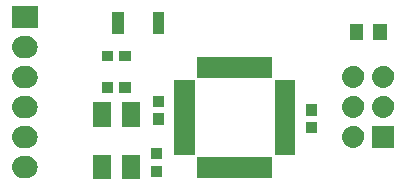
<source format=gts>
%TF.GenerationSoftware,KiCad,Pcbnew,4.0.5-e0-6337~49~ubuntu16.04.1*%
%TF.CreationDate,2017-01-09T19:52:44-08:00*%
%TF.ProjectId,avr-programmer,6176722D70726F6772616D6D65722E6B,v1.0*%
%TF.FileFunction,Soldermask,Top*%
%FSLAX46Y46*%
G04 Gerber Fmt 4.6, Leading zero omitted, Abs format (unit mm)*
G04 Created by KiCad (PCBNEW 4.0.5-e0-6337~49~ubuntu16.04.1) date Mon Jan  9 19:52:44 2017*
%MOMM*%
%LPD*%
G01*
G04 APERTURE LIST*
%ADD10C,0.350000*%
G04 APERTURE END LIST*
D10*
G36*
X112788700Y-91224100D02*
X111239300Y-91224100D01*
X111239300Y-89166700D01*
X112788700Y-89166700D01*
X112788700Y-91224100D01*
X112788700Y-91224100D01*
G37*
G36*
X110299500Y-91224100D02*
X108750100Y-91224100D01*
X108750100Y-89166700D01*
X110299500Y-89166700D01*
X110299500Y-91224100D01*
X110299500Y-91224100D01*
G37*
G36*
X103165749Y-89230277D02*
X103165754Y-89230278D01*
X103167807Y-89230292D01*
X103350080Y-89250737D01*
X103524912Y-89306197D01*
X103685641Y-89394558D01*
X103826146Y-89512456D01*
X103941076Y-89655400D01*
X104026052Y-89817945D01*
X104077839Y-89993899D01*
X104077843Y-89993940D01*
X104077844Y-89993944D01*
X104094463Y-90176558D01*
X104076648Y-90346056D01*
X104075290Y-90358973D01*
X104021052Y-90534187D01*
X103933815Y-90695529D01*
X103816900Y-90836855D01*
X103674762Y-90952779D01*
X103512815Y-91038888D01*
X103337226Y-91091902D01*
X103154685Y-91109800D01*
X102839283Y-91109800D01*
X102828251Y-91109723D01*
X102828246Y-91109722D01*
X102826193Y-91109708D01*
X102643920Y-91089263D01*
X102469088Y-91033803D01*
X102308359Y-90945442D01*
X102167854Y-90827544D01*
X102052924Y-90684600D01*
X101967948Y-90522055D01*
X101916161Y-90346101D01*
X101916157Y-90346060D01*
X101916156Y-90346056D01*
X101899537Y-90163442D01*
X101918705Y-89981074D01*
X101918710Y-89981027D01*
X101972948Y-89805813D01*
X102060185Y-89644471D01*
X102177100Y-89503145D01*
X102319238Y-89387221D01*
X102481185Y-89301112D01*
X102656774Y-89248098D01*
X102839315Y-89230200D01*
X103154717Y-89230200D01*
X103165749Y-89230277D01*
X103165749Y-89230277D01*
G37*
G36*
X123928200Y-91105200D02*
X117625800Y-91105200D01*
X117625800Y-89352800D01*
X123928200Y-89352800D01*
X123928200Y-91105200D01*
X123928200Y-91105200D01*
G37*
G36*
X114624200Y-91027200D02*
X113721800Y-91027200D01*
X113721800Y-90074800D01*
X114624200Y-90074800D01*
X114624200Y-91027200D01*
X114624200Y-91027200D01*
G37*
G36*
X114624200Y-89527200D02*
X113721800Y-89527200D01*
X113721800Y-88574800D01*
X114624200Y-88574800D01*
X114624200Y-89527200D01*
X114624200Y-89527200D01*
G37*
G36*
X117403200Y-89130200D02*
X115650800Y-89130200D01*
X115650800Y-82827800D01*
X117403200Y-82827800D01*
X117403200Y-89130200D01*
X117403200Y-89130200D01*
G37*
G36*
X125903200Y-89130200D02*
X124150800Y-89130200D01*
X124150800Y-82827800D01*
X125903200Y-82827800D01*
X125903200Y-89130200D01*
X125903200Y-89130200D01*
G37*
G36*
X130825612Y-86690277D02*
X130825617Y-86690278D01*
X130827669Y-86690292D01*
X131009942Y-86710737D01*
X131184774Y-86766197D01*
X131345503Y-86854558D01*
X131486008Y-86972456D01*
X131600938Y-87115400D01*
X131685914Y-87277945D01*
X131737701Y-87453899D01*
X131737704Y-87453935D01*
X131737707Y-87453944D01*
X131754326Y-87636558D01*
X131735158Y-87818926D01*
X131735156Y-87818931D01*
X131735152Y-87818973D01*
X131680914Y-87994187D01*
X131593677Y-88155529D01*
X131476762Y-88296855D01*
X131334624Y-88412779D01*
X131172677Y-88498888D01*
X130997088Y-88551902D01*
X130814547Y-88569800D01*
X130805420Y-88569800D01*
X130794388Y-88569723D01*
X130794383Y-88569722D01*
X130792331Y-88569708D01*
X130610058Y-88549263D01*
X130435226Y-88493803D01*
X130274497Y-88405442D01*
X130133992Y-88287544D01*
X130019062Y-88144600D01*
X129934086Y-87982055D01*
X129882299Y-87806101D01*
X129882296Y-87806065D01*
X129882293Y-87806056D01*
X129865674Y-87623442D01*
X129884842Y-87441074D01*
X129884844Y-87441069D01*
X129884848Y-87441027D01*
X129939086Y-87265813D01*
X130026323Y-87104471D01*
X130143238Y-86963145D01*
X130285376Y-86847221D01*
X130447323Y-86761112D01*
X130622912Y-86708098D01*
X130805453Y-86690200D01*
X130814580Y-86690200D01*
X130825612Y-86690277D01*
X130825612Y-86690277D01*
G37*
G36*
X103165749Y-86690277D02*
X103165754Y-86690278D01*
X103167807Y-86690292D01*
X103350080Y-86710737D01*
X103524912Y-86766197D01*
X103685641Y-86854558D01*
X103826146Y-86972456D01*
X103941076Y-87115400D01*
X104026052Y-87277945D01*
X104077839Y-87453899D01*
X104077843Y-87453940D01*
X104077844Y-87453944D01*
X104094463Y-87636558D01*
X104076648Y-87806056D01*
X104075290Y-87818973D01*
X104021052Y-87994187D01*
X103933815Y-88155529D01*
X103816900Y-88296855D01*
X103674762Y-88412779D01*
X103512815Y-88498888D01*
X103337226Y-88551902D01*
X103154685Y-88569800D01*
X102839283Y-88569800D01*
X102828251Y-88569723D01*
X102828246Y-88569722D01*
X102826193Y-88569708D01*
X102643920Y-88549263D01*
X102469088Y-88493803D01*
X102308359Y-88405442D01*
X102167854Y-88287544D01*
X102052924Y-88144600D01*
X101967948Y-87982055D01*
X101916161Y-87806101D01*
X101916157Y-87806060D01*
X101916156Y-87806056D01*
X101899537Y-87623442D01*
X101918705Y-87441074D01*
X101918710Y-87441027D01*
X101972948Y-87265813D01*
X102060185Y-87104471D01*
X102177100Y-86963145D01*
X102319238Y-86847221D01*
X102481185Y-86761112D01*
X102656774Y-86708098D01*
X102839315Y-86690200D01*
X103154717Y-86690200D01*
X103165749Y-86690277D01*
X103165749Y-86690277D01*
G37*
G36*
X134289800Y-88569800D02*
X132410200Y-88569800D01*
X132410200Y-86690200D01*
X134289800Y-86690200D01*
X134289800Y-88569800D01*
X134289800Y-88569800D01*
G37*
G36*
X127705200Y-87320200D02*
X126802800Y-87320200D01*
X126802800Y-86367800D01*
X127705200Y-86367800D01*
X127705200Y-87320200D01*
X127705200Y-87320200D01*
G37*
G36*
X110299500Y-86753700D02*
X108750100Y-86753700D01*
X108750100Y-84696300D01*
X110299500Y-84696300D01*
X110299500Y-86753700D01*
X110299500Y-86753700D01*
G37*
G36*
X112788700Y-86753700D02*
X111239300Y-86753700D01*
X111239300Y-84696300D01*
X112788700Y-84696300D01*
X112788700Y-86753700D01*
X112788700Y-86753700D01*
G37*
G36*
X114751200Y-86582200D02*
X113848800Y-86582200D01*
X113848800Y-85629800D01*
X114751200Y-85629800D01*
X114751200Y-86582200D01*
X114751200Y-86582200D01*
G37*
G36*
X130825612Y-84150277D02*
X130825617Y-84150278D01*
X130827669Y-84150292D01*
X131009942Y-84170737D01*
X131184774Y-84226197D01*
X131345503Y-84314558D01*
X131486008Y-84432456D01*
X131600938Y-84575400D01*
X131685914Y-84737945D01*
X131737701Y-84913899D01*
X131737704Y-84913935D01*
X131737707Y-84913944D01*
X131754326Y-85096558D01*
X131735158Y-85278926D01*
X131735156Y-85278931D01*
X131735152Y-85278973D01*
X131680914Y-85454187D01*
X131593677Y-85615529D01*
X131476762Y-85756855D01*
X131334624Y-85872779D01*
X131172677Y-85958888D01*
X130997088Y-86011902D01*
X130814547Y-86029800D01*
X130805420Y-86029800D01*
X130794388Y-86029723D01*
X130794383Y-86029722D01*
X130792331Y-86029708D01*
X130610058Y-86009263D01*
X130435226Y-85953803D01*
X130274497Y-85865442D01*
X130133992Y-85747544D01*
X130019062Y-85604600D01*
X129934086Y-85442055D01*
X129882299Y-85266101D01*
X129882296Y-85266065D01*
X129882293Y-85266056D01*
X129865674Y-85083442D01*
X129884842Y-84901074D01*
X129884844Y-84901069D01*
X129884848Y-84901027D01*
X129939086Y-84725813D01*
X130026323Y-84564471D01*
X130143238Y-84423145D01*
X130285376Y-84307221D01*
X130447323Y-84221112D01*
X130622912Y-84168098D01*
X130805453Y-84150200D01*
X130814580Y-84150200D01*
X130825612Y-84150277D01*
X130825612Y-84150277D01*
G37*
G36*
X133365612Y-84150277D02*
X133365617Y-84150278D01*
X133367669Y-84150292D01*
X133549942Y-84170737D01*
X133724774Y-84226197D01*
X133885503Y-84314558D01*
X134026008Y-84432456D01*
X134140938Y-84575400D01*
X134225914Y-84737945D01*
X134277701Y-84913899D01*
X134277704Y-84913935D01*
X134277707Y-84913944D01*
X134294326Y-85096558D01*
X134275158Y-85278926D01*
X134275156Y-85278931D01*
X134275152Y-85278973D01*
X134220914Y-85454187D01*
X134133677Y-85615529D01*
X134016762Y-85756855D01*
X133874624Y-85872779D01*
X133712677Y-85958888D01*
X133537088Y-86011902D01*
X133354547Y-86029800D01*
X133345420Y-86029800D01*
X133334388Y-86029723D01*
X133334383Y-86029722D01*
X133332331Y-86029708D01*
X133150058Y-86009263D01*
X132975226Y-85953803D01*
X132814497Y-85865442D01*
X132673992Y-85747544D01*
X132559062Y-85604600D01*
X132474086Y-85442055D01*
X132422299Y-85266101D01*
X132422296Y-85266065D01*
X132422293Y-85266056D01*
X132405674Y-85083442D01*
X132424842Y-84901074D01*
X132424844Y-84901069D01*
X132424848Y-84901027D01*
X132479086Y-84725813D01*
X132566323Y-84564471D01*
X132683238Y-84423145D01*
X132825376Y-84307221D01*
X132987323Y-84221112D01*
X133162912Y-84168098D01*
X133345453Y-84150200D01*
X133354580Y-84150200D01*
X133365612Y-84150277D01*
X133365612Y-84150277D01*
G37*
G36*
X103165749Y-84150277D02*
X103165754Y-84150278D01*
X103167807Y-84150292D01*
X103350080Y-84170737D01*
X103524912Y-84226197D01*
X103685641Y-84314558D01*
X103826146Y-84432456D01*
X103941076Y-84575400D01*
X104026052Y-84737945D01*
X104077839Y-84913899D01*
X104077843Y-84913940D01*
X104077844Y-84913944D01*
X104094463Y-85096558D01*
X104076648Y-85266056D01*
X104075290Y-85278973D01*
X104021052Y-85454187D01*
X103933815Y-85615529D01*
X103816900Y-85756855D01*
X103674762Y-85872779D01*
X103512815Y-85958888D01*
X103337226Y-86011902D01*
X103154685Y-86029800D01*
X102839283Y-86029800D01*
X102828251Y-86029723D01*
X102828246Y-86029722D01*
X102826193Y-86029708D01*
X102643920Y-86009263D01*
X102469088Y-85953803D01*
X102308359Y-85865442D01*
X102167854Y-85747544D01*
X102052924Y-85604600D01*
X101967948Y-85442055D01*
X101916161Y-85266101D01*
X101916157Y-85266060D01*
X101916156Y-85266056D01*
X101899537Y-85083442D01*
X101918705Y-84901074D01*
X101918710Y-84901027D01*
X101972948Y-84725813D01*
X102060185Y-84564471D01*
X102177100Y-84423145D01*
X102319238Y-84307221D01*
X102481185Y-84221112D01*
X102656774Y-84168098D01*
X102839315Y-84150200D01*
X103154717Y-84150200D01*
X103165749Y-84150277D01*
X103165749Y-84150277D01*
G37*
G36*
X127705200Y-85820200D02*
X126802800Y-85820200D01*
X126802800Y-84867800D01*
X127705200Y-84867800D01*
X127705200Y-85820200D01*
X127705200Y-85820200D01*
G37*
G36*
X114751200Y-85082200D02*
X113848800Y-85082200D01*
X113848800Y-84129800D01*
X114751200Y-84129800D01*
X114751200Y-85082200D01*
X114751200Y-85082200D01*
G37*
G36*
X111970200Y-83890200D02*
X111017800Y-83890200D01*
X111017800Y-82987800D01*
X111970200Y-82987800D01*
X111970200Y-83890200D01*
X111970200Y-83890200D01*
G37*
G36*
X110470200Y-83890200D02*
X109517800Y-83890200D01*
X109517800Y-82987800D01*
X110470200Y-82987800D01*
X110470200Y-83890200D01*
X110470200Y-83890200D01*
G37*
G36*
X103165749Y-81610277D02*
X103165754Y-81610278D01*
X103167807Y-81610292D01*
X103350080Y-81630737D01*
X103524912Y-81686197D01*
X103685641Y-81774558D01*
X103826146Y-81892456D01*
X103941076Y-82035400D01*
X104026052Y-82197945D01*
X104077839Y-82373899D01*
X104077843Y-82373940D01*
X104077844Y-82373944D01*
X104094463Y-82556558D01*
X104089350Y-82605200D01*
X104075290Y-82738973D01*
X104021052Y-82914187D01*
X103933815Y-83075529D01*
X103816900Y-83216855D01*
X103674762Y-83332779D01*
X103512815Y-83418888D01*
X103337226Y-83471902D01*
X103154685Y-83489800D01*
X102839283Y-83489800D01*
X102828251Y-83489723D01*
X102828246Y-83489722D01*
X102826193Y-83489708D01*
X102643920Y-83469263D01*
X102469088Y-83413803D01*
X102308359Y-83325442D01*
X102167854Y-83207544D01*
X102052924Y-83064600D01*
X101967948Y-82902055D01*
X101916161Y-82726101D01*
X101916157Y-82726060D01*
X101916156Y-82726056D01*
X101899537Y-82543442D01*
X101918705Y-82361074D01*
X101918710Y-82361027D01*
X101972948Y-82185813D01*
X102060185Y-82024471D01*
X102177100Y-81883145D01*
X102319238Y-81767221D01*
X102481185Y-81681112D01*
X102656774Y-81628098D01*
X102839315Y-81610200D01*
X103154717Y-81610200D01*
X103165749Y-81610277D01*
X103165749Y-81610277D01*
G37*
G36*
X130825612Y-81610277D02*
X130825617Y-81610278D01*
X130827669Y-81610292D01*
X131009942Y-81630737D01*
X131184774Y-81686197D01*
X131345503Y-81774558D01*
X131486008Y-81892456D01*
X131600938Y-82035400D01*
X131685914Y-82197945D01*
X131737701Y-82373899D01*
X131737704Y-82373935D01*
X131737707Y-82373944D01*
X131754326Y-82556558D01*
X131735158Y-82738926D01*
X131735156Y-82738931D01*
X131735152Y-82738973D01*
X131680914Y-82914187D01*
X131593677Y-83075529D01*
X131476762Y-83216855D01*
X131334624Y-83332779D01*
X131172677Y-83418888D01*
X130997088Y-83471902D01*
X130814547Y-83489800D01*
X130805420Y-83489800D01*
X130794388Y-83489723D01*
X130794383Y-83489722D01*
X130792331Y-83489708D01*
X130610058Y-83469263D01*
X130435226Y-83413803D01*
X130274497Y-83325442D01*
X130133992Y-83207544D01*
X130019062Y-83064600D01*
X129934086Y-82902055D01*
X129882299Y-82726101D01*
X129882296Y-82726065D01*
X129882293Y-82726056D01*
X129865674Y-82543442D01*
X129884842Y-82361074D01*
X129884844Y-82361069D01*
X129884848Y-82361027D01*
X129939086Y-82185813D01*
X130026323Y-82024471D01*
X130143238Y-81883145D01*
X130285376Y-81767221D01*
X130447323Y-81681112D01*
X130622912Y-81628098D01*
X130805453Y-81610200D01*
X130814580Y-81610200D01*
X130825612Y-81610277D01*
X130825612Y-81610277D01*
G37*
G36*
X133365612Y-81610277D02*
X133365617Y-81610278D01*
X133367669Y-81610292D01*
X133549942Y-81630737D01*
X133724774Y-81686197D01*
X133885503Y-81774558D01*
X134026008Y-81892456D01*
X134140938Y-82035400D01*
X134225914Y-82197945D01*
X134277701Y-82373899D01*
X134277704Y-82373935D01*
X134277707Y-82373944D01*
X134294326Y-82556558D01*
X134275158Y-82738926D01*
X134275156Y-82738931D01*
X134275152Y-82738973D01*
X134220914Y-82914187D01*
X134133677Y-83075529D01*
X134016762Y-83216855D01*
X133874624Y-83332779D01*
X133712677Y-83418888D01*
X133537088Y-83471902D01*
X133354547Y-83489800D01*
X133345420Y-83489800D01*
X133334388Y-83489723D01*
X133334383Y-83489722D01*
X133332331Y-83489708D01*
X133150058Y-83469263D01*
X132975226Y-83413803D01*
X132814497Y-83325442D01*
X132673992Y-83207544D01*
X132559062Y-83064600D01*
X132474086Y-82902055D01*
X132422299Y-82726101D01*
X132422296Y-82726065D01*
X132422293Y-82726056D01*
X132405674Y-82543442D01*
X132424842Y-82361074D01*
X132424844Y-82361069D01*
X132424848Y-82361027D01*
X132479086Y-82185813D01*
X132566323Y-82024471D01*
X132683238Y-81883145D01*
X132825376Y-81767221D01*
X132987323Y-81681112D01*
X133162912Y-81628098D01*
X133345453Y-81610200D01*
X133354580Y-81610200D01*
X133365612Y-81610277D01*
X133365612Y-81610277D01*
G37*
G36*
X123928200Y-82605200D02*
X117625800Y-82605200D01*
X117625800Y-80852800D01*
X123928200Y-80852800D01*
X123928200Y-82605200D01*
X123928200Y-82605200D01*
G37*
G36*
X111958200Y-81223200D02*
X111005800Y-81223200D01*
X111005800Y-80320800D01*
X111958200Y-80320800D01*
X111958200Y-81223200D01*
X111958200Y-81223200D01*
G37*
G36*
X110458200Y-81223200D02*
X109505800Y-81223200D01*
X109505800Y-80320800D01*
X110458200Y-80320800D01*
X110458200Y-81223200D01*
X110458200Y-81223200D01*
G37*
G36*
X103165749Y-79070277D02*
X103165754Y-79070278D01*
X103167807Y-79070292D01*
X103350080Y-79090737D01*
X103524912Y-79146197D01*
X103685641Y-79234558D01*
X103826146Y-79352456D01*
X103941076Y-79495400D01*
X104026052Y-79657945D01*
X104077839Y-79833899D01*
X104077843Y-79833940D01*
X104077844Y-79833944D01*
X104094463Y-80016558D01*
X104076648Y-80186056D01*
X104075290Y-80198973D01*
X104021052Y-80374187D01*
X103933815Y-80535529D01*
X103816900Y-80676855D01*
X103674762Y-80792779D01*
X103512815Y-80878888D01*
X103337226Y-80931902D01*
X103154685Y-80949800D01*
X102839283Y-80949800D01*
X102828251Y-80949723D01*
X102828246Y-80949722D01*
X102826193Y-80949708D01*
X102643920Y-80929263D01*
X102469088Y-80873803D01*
X102308359Y-80785442D01*
X102167854Y-80667544D01*
X102052924Y-80524600D01*
X101967948Y-80362055D01*
X101916161Y-80186101D01*
X101916157Y-80186060D01*
X101916156Y-80186056D01*
X101899537Y-80003442D01*
X101918705Y-79821074D01*
X101918710Y-79821027D01*
X101972948Y-79645813D01*
X102060185Y-79484471D01*
X102177100Y-79343145D01*
X102319238Y-79227221D01*
X102481185Y-79141112D01*
X102656774Y-79088098D01*
X102839315Y-79070200D01*
X103154717Y-79070200D01*
X103165749Y-79070277D01*
X103165749Y-79070277D01*
G37*
G36*
X133656200Y-79441200D02*
X132503800Y-79441200D01*
X132503800Y-78038800D01*
X133656200Y-78038800D01*
X133656200Y-79441200D01*
X133656200Y-79441200D01*
G37*
G36*
X131656200Y-79441200D02*
X130503800Y-79441200D01*
X130503800Y-78038800D01*
X131656200Y-78038800D01*
X131656200Y-79441200D01*
X131656200Y-79441200D01*
G37*
G36*
X114776200Y-78904200D02*
X113823800Y-78904200D01*
X113823800Y-77051800D01*
X114776200Y-77051800D01*
X114776200Y-78904200D01*
X114776200Y-78904200D01*
G37*
G36*
X111376200Y-78904200D02*
X110423800Y-78904200D01*
X110423800Y-77051800D01*
X111376200Y-77051800D01*
X111376200Y-78904200D01*
X111376200Y-78904200D01*
G37*
G36*
X104089200Y-78409800D02*
X101904800Y-78409800D01*
X101904800Y-76530200D01*
X104089200Y-76530200D01*
X104089200Y-78409800D01*
X104089200Y-78409800D01*
G37*
M02*

</source>
